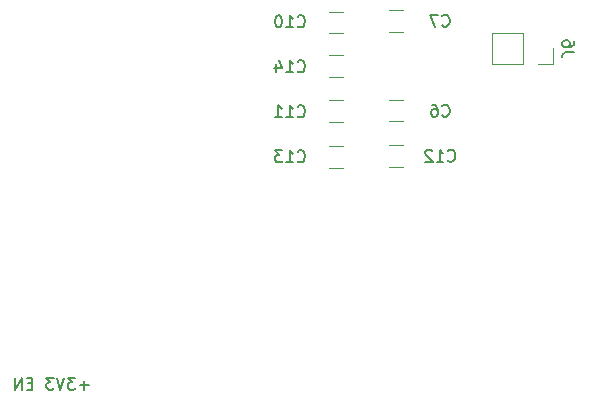
<source format=gbr>
G04 #@! TF.GenerationSoftware,KiCad,Pcbnew,5.1.5-52549c5~86~ubuntu18.04.1*
G04 #@! TF.CreationDate,2020-05-08T12:09:19-07:00*
G04 #@! TF.ProjectId,Extention Boards,45787465-6e74-4696-9f6e-20426f617264,rev?*
G04 #@! TF.SameCoordinates,Original*
G04 #@! TF.FileFunction,Legend,Bot*
G04 #@! TF.FilePolarity,Positive*
%FSLAX46Y46*%
G04 Gerber Fmt 4.6, Leading zero omitted, Abs format (unit mm)*
G04 Created by KiCad (PCBNEW 5.1.5-52549c5~86~ubuntu18.04.1) date 2020-05-08 12:09:19*
%MOMM*%
%LPD*%
G04 APERTURE LIST*
%ADD10C,0.150000*%
%ADD11C,0.120000*%
G04 APERTURE END LIST*
D10*
X159583047Y-129865428D02*
X158821142Y-129865428D01*
X159202095Y-130246380D02*
X159202095Y-129484476D01*
X158440190Y-129246380D02*
X157821142Y-129246380D01*
X158154476Y-129627333D01*
X158011619Y-129627333D01*
X157916380Y-129674952D01*
X157868761Y-129722571D01*
X157821142Y-129817809D01*
X157821142Y-130055904D01*
X157868761Y-130151142D01*
X157916380Y-130198761D01*
X158011619Y-130246380D01*
X158297333Y-130246380D01*
X158392571Y-130198761D01*
X158440190Y-130151142D01*
X157535428Y-129246380D02*
X157202095Y-130246380D01*
X156868761Y-129246380D01*
X156630666Y-129246380D02*
X156011619Y-129246380D01*
X156344952Y-129627333D01*
X156202095Y-129627333D01*
X156106857Y-129674952D01*
X156059238Y-129722571D01*
X156011619Y-129817809D01*
X156011619Y-130055904D01*
X156059238Y-130151142D01*
X156106857Y-130198761D01*
X156202095Y-130246380D01*
X156487809Y-130246380D01*
X156583047Y-130198761D01*
X156630666Y-130151142D01*
X154821142Y-129722571D02*
X154487809Y-129722571D01*
X154344952Y-130246380D02*
X154821142Y-130246380D01*
X154821142Y-129246380D01*
X154344952Y-129246380D01*
X153916380Y-130246380D02*
X153916380Y-129246380D01*
X153344952Y-130246380D01*
X153344952Y-129246380D01*
D11*
X198942000Y-102676000D02*
X198942000Y-101346000D01*
X197612000Y-102676000D02*
X198942000Y-102676000D01*
X196342000Y-102676000D02*
X196342000Y-100016000D01*
X196342000Y-100016000D02*
X193742000Y-100016000D01*
X196342000Y-102676000D02*
X193742000Y-102676000D01*
X193742000Y-102676000D02*
X193742000Y-100016000D01*
X181105564Y-111476200D02*
X179901436Y-111476200D01*
X181105564Y-109656200D02*
X179901436Y-109656200D01*
X185032236Y-105719200D02*
X186236364Y-105719200D01*
X185032236Y-107539200D02*
X186236364Y-107539200D01*
X181105564Y-103780000D02*
X179901436Y-103780000D01*
X181105564Y-101960000D02*
X179901436Y-101960000D01*
X185035436Y-109580000D02*
X186239564Y-109580000D01*
X185035436Y-111400000D02*
X186239564Y-111400000D01*
X181105564Y-107590000D02*
X179901436Y-107590000D01*
X181105564Y-105770000D02*
X179901436Y-105770000D01*
X181105564Y-100097000D02*
X179901436Y-100097000D01*
X181105564Y-98277000D02*
X179901436Y-98277000D01*
X185035436Y-98150000D02*
X186239564Y-98150000D01*
X185035436Y-99970000D02*
X186239564Y-99970000D01*
D10*
X200699619Y-101679333D02*
X199985333Y-101679333D01*
X199842476Y-101726952D01*
X199747238Y-101822190D01*
X199699619Y-101965047D01*
X199699619Y-102060285D01*
X200699619Y-100774571D02*
X200699619Y-100965047D01*
X200652000Y-101060285D01*
X200604380Y-101107904D01*
X200461523Y-101203142D01*
X200271047Y-101250761D01*
X199890095Y-101250761D01*
X199794857Y-101203142D01*
X199747238Y-101155523D01*
X199699619Y-101060285D01*
X199699619Y-100869809D01*
X199747238Y-100774571D01*
X199794857Y-100726952D01*
X199890095Y-100679333D01*
X200128190Y-100679333D01*
X200223428Y-100726952D01*
X200271047Y-100774571D01*
X200318666Y-100869809D01*
X200318666Y-101060285D01*
X200271047Y-101155523D01*
X200223428Y-101203142D01*
X200128190Y-101250761D01*
X177274457Y-110897942D02*
X177322076Y-110945561D01*
X177464933Y-110993180D01*
X177560171Y-110993180D01*
X177703028Y-110945561D01*
X177798266Y-110850323D01*
X177845885Y-110755085D01*
X177893504Y-110564609D01*
X177893504Y-110421752D01*
X177845885Y-110231276D01*
X177798266Y-110136038D01*
X177703028Y-110040800D01*
X177560171Y-109993180D01*
X177464933Y-109993180D01*
X177322076Y-110040800D01*
X177274457Y-110088419D01*
X176322076Y-110993180D02*
X176893504Y-110993180D01*
X176607790Y-110993180D02*
X176607790Y-109993180D01*
X176703028Y-110136038D01*
X176798266Y-110231276D01*
X176893504Y-110278895D01*
X175988742Y-109993180D02*
X175369695Y-109993180D01*
X175703028Y-110374133D01*
X175560171Y-110374133D01*
X175464933Y-110421752D01*
X175417314Y-110469371D01*
X175369695Y-110564609D01*
X175369695Y-110802704D01*
X175417314Y-110897942D01*
X175464933Y-110945561D01*
X175560171Y-110993180D01*
X175845885Y-110993180D01*
X175941123Y-110945561D01*
X175988742Y-110897942D01*
X189523666Y-107037142D02*
X189571285Y-107084761D01*
X189714142Y-107132380D01*
X189809380Y-107132380D01*
X189952238Y-107084761D01*
X190047476Y-106989523D01*
X190095095Y-106894285D01*
X190142714Y-106703809D01*
X190142714Y-106560952D01*
X190095095Y-106370476D01*
X190047476Y-106275238D01*
X189952238Y-106180000D01*
X189809380Y-106132380D01*
X189714142Y-106132380D01*
X189571285Y-106180000D01*
X189523666Y-106227619D01*
X188666523Y-106132380D02*
X188857000Y-106132380D01*
X188952238Y-106180000D01*
X188999857Y-106227619D01*
X189095095Y-106370476D01*
X189142714Y-106560952D01*
X189142714Y-106941904D01*
X189095095Y-107037142D01*
X189047476Y-107084761D01*
X188952238Y-107132380D01*
X188761761Y-107132380D01*
X188666523Y-107084761D01*
X188618904Y-107037142D01*
X188571285Y-106941904D01*
X188571285Y-106703809D01*
X188618904Y-106608571D01*
X188666523Y-106560952D01*
X188761761Y-106513333D01*
X188952238Y-106513333D01*
X189047476Y-106560952D01*
X189095095Y-106608571D01*
X189142714Y-106703809D01*
X177274457Y-103277942D02*
X177322076Y-103325561D01*
X177464933Y-103373180D01*
X177560171Y-103373180D01*
X177703028Y-103325561D01*
X177798266Y-103230323D01*
X177845885Y-103135085D01*
X177893504Y-102944609D01*
X177893504Y-102801752D01*
X177845885Y-102611276D01*
X177798266Y-102516038D01*
X177703028Y-102420800D01*
X177560171Y-102373180D01*
X177464933Y-102373180D01*
X177322076Y-102420800D01*
X177274457Y-102468419D01*
X176322076Y-103373180D02*
X176893504Y-103373180D01*
X176607790Y-103373180D02*
X176607790Y-102373180D01*
X176703028Y-102516038D01*
X176798266Y-102611276D01*
X176893504Y-102658895D01*
X175464933Y-102706514D02*
X175464933Y-103373180D01*
X175703028Y-102325561D02*
X175941123Y-103039847D01*
X175322076Y-103039847D01*
X189999857Y-110842062D02*
X190047476Y-110889681D01*
X190190333Y-110937300D01*
X190285571Y-110937300D01*
X190428428Y-110889681D01*
X190523666Y-110794443D01*
X190571285Y-110699205D01*
X190618904Y-110508729D01*
X190618904Y-110365872D01*
X190571285Y-110175396D01*
X190523666Y-110080158D01*
X190428428Y-109984920D01*
X190285571Y-109937300D01*
X190190333Y-109937300D01*
X190047476Y-109984920D01*
X189999857Y-110032539D01*
X189047476Y-110937300D02*
X189618904Y-110937300D01*
X189333190Y-110937300D02*
X189333190Y-109937300D01*
X189428428Y-110080158D01*
X189523666Y-110175396D01*
X189618904Y-110223015D01*
X188666523Y-110032539D02*
X188618904Y-109984920D01*
X188523666Y-109937300D01*
X188285571Y-109937300D01*
X188190333Y-109984920D01*
X188142714Y-110032539D01*
X188095095Y-110127777D01*
X188095095Y-110223015D01*
X188142714Y-110365872D01*
X188714142Y-110937300D01*
X188095095Y-110937300D01*
X177274457Y-107087942D02*
X177322076Y-107135561D01*
X177464933Y-107183180D01*
X177560171Y-107183180D01*
X177703028Y-107135561D01*
X177798266Y-107040323D01*
X177845885Y-106945085D01*
X177893504Y-106754609D01*
X177893504Y-106611752D01*
X177845885Y-106421276D01*
X177798266Y-106326038D01*
X177703028Y-106230800D01*
X177560171Y-106183180D01*
X177464933Y-106183180D01*
X177322076Y-106230800D01*
X177274457Y-106278419D01*
X176322076Y-107183180D02*
X176893504Y-107183180D01*
X176607790Y-107183180D02*
X176607790Y-106183180D01*
X176703028Y-106326038D01*
X176798266Y-106421276D01*
X176893504Y-106468895D01*
X175369695Y-107183180D02*
X175941123Y-107183180D01*
X175655409Y-107183180D02*
X175655409Y-106183180D01*
X175750647Y-106326038D01*
X175845885Y-106421276D01*
X175941123Y-106468895D01*
X177274457Y-99467942D02*
X177322076Y-99515561D01*
X177464933Y-99563180D01*
X177560171Y-99563180D01*
X177703028Y-99515561D01*
X177798266Y-99420323D01*
X177845885Y-99325085D01*
X177893504Y-99134609D01*
X177893504Y-98991752D01*
X177845885Y-98801276D01*
X177798266Y-98706038D01*
X177703028Y-98610800D01*
X177560171Y-98563180D01*
X177464933Y-98563180D01*
X177322076Y-98610800D01*
X177274457Y-98658419D01*
X176322076Y-99563180D02*
X176893504Y-99563180D01*
X176607790Y-99563180D02*
X176607790Y-98563180D01*
X176703028Y-98706038D01*
X176798266Y-98801276D01*
X176893504Y-98848895D01*
X175703028Y-98563180D02*
X175607790Y-98563180D01*
X175512552Y-98610800D01*
X175464933Y-98658419D01*
X175417314Y-98753657D01*
X175369695Y-98944133D01*
X175369695Y-99182228D01*
X175417314Y-99372704D01*
X175464933Y-99467942D01*
X175512552Y-99515561D01*
X175607790Y-99563180D01*
X175703028Y-99563180D01*
X175798266Y-99515561D01*
X175845885Y-99467942D01*
X175893504Y-99372704D01*
X175941123Y-99182228D01*
X175941123Y-98944133D01*
X175893504Y-98753657D01*
X175845885Y-98658419D01*
X175798266Y-98610800D01*
X175703028Y-98563180D01*
X189523666Y-99417142D02*
X189571285Y-99464761D01*
X189714142Y-99512380D01*
X189809380Y-99512380D01*
X189952238Y-99464761D01*
X190047476Y-99369523D01*
X190095095Y-99274285D01*
X190142714Y-99083809D01*
X190142714Y-98940952D01*
X190095095Y-98750476D01*
X190047476Y-98655238D01*
X189952238Y-98560000D01*
X189809380Y-98512380D01*
X189714142Y-98512380D01*
X189571285Y-98560000D01*
X189523666Y-98607619D01*
X189190333Y-98512380D02*
X188523666Y-98512380D01*
X188952238Y-99512380D01*
M02*

</source>
